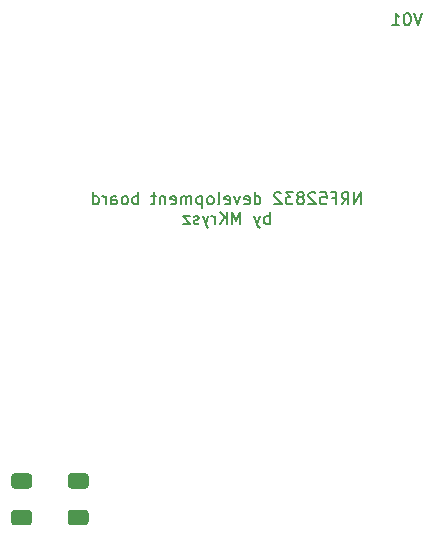
<source format=gbp>
G04 #@! TF.GenerationSoftware,KiCad,Pcbnew,(5.1.10)-1*
G04 #@! TF.CreationDate,2021-12-04T16:44:40+01:00*
G04 #@! TF.ProjectId,nRF52832_development_board_schematic,6e524635-3238-4333-925f-646576656c6f,1*
G04 #@! TF.SameCoordinates,Original*
G04 #@! TF.FileFunction,Paste,Bot*
G04 #@! TF.FilePolarity,Positive*
%FSLAX46Y46*%
G04 Gerber Fmt 4.6, Leading zero omitted, Abs format (unit mm)*
G04 Created by KiCad (PCBNEW (5.1.10)-1) date 2021-12-04 16:44:40*
%MOMM*%
%LPD*%
G01*
G04 APERTURE LIST*
%ADD10C,0.152400*%
G04 APERTURE END LIST*
D10*
X77906285Y-61643619D02*
X77567619Y-62659619D01*
X77228952Y-61643619D01*
X76696761Y-61643619D02*
X76600000Y-61643619D01*
X76503238Y-61692000D01*
X76454857Y-61740380D01*
X76406476Y-61837142D01*
X76358095Y-62030666D01*
X76358095Y-62272571D01*
X76406476Y-62466095D01*
X76454857Y-62562857D01*
X76503238Y-62611238D01*
X76600000Y-62659619D01*
X76696761Y-62659619D01*
X76793523Y-62611238D01*
X76841904Y-62562857D01*
X76890285Y-62466095D01*
X76938666Y-62272571D01*
X76938666Y-62030666D01*
X76890285Y-61837142D01*
X76841904Y-61740380D01*
X76793523Y-61692000D01*
X76696761Y-61643619D01*
X75390476Y-62659619D02*
X75971047Y-62659619D01*
X75680761Y-62659619D02*
X75680761Y-61643619D01*
X75777523Y-61788761D01*
X75874285Y-61885523D01*
X75971047Y-61933904D01*
X72745333Y-77821419D02*
X72745333Y-76805419D01*
X72164761Y-77821419D01*
X72164761Y-76805419D01*
X71100380Y-77821419D02*
X71439047Y-77337609D01*
X71680952Y-77821419D02*
X71680952Y-76805419D01*
X71293904Y-76805419D01*
X71197142Y-76853800D01*
X71148761Y-76902180D01*
X71100380Y-76998942D01*
X71100380Y-77144085D01*
X71148761Y-77240847D01*
X71197142Y-77289228D01*
X71293904Y-77337609D01*
X71680952Y-77337609D01*
X70326285Y-77289228D02*
X70664952Y-77289228D01*
X70664952Y-77821419D02*
X70664952Y-76805419D01*
X70181142Y-76805419D01*
X69310285Y-76805419D02*
X69794095Y-76805419D01*
X69842476Y-77289228D01*
X69794095Y-77240847D01*
X69697333Y-77192466D01*
X69455428Y-77192466D01*
X69358666Y-77240847D01*
X69310285Y-77289228D01*
X69261904Y-77385990D01*
X69261904Y-77627895D01*
X69310285Y-77724657D01*
X69358666Y-77773038D01*
X69455428Y-77821419D01*
X69697333Y-77821419D01*
X69794095Y-77773038D01*
X69842476Y-77724657D01*
X68874857Y-76902180D02*
X68826476Y-76853800D01*
X68729714Y-76805419D01*
X68487809Y-76805419D01*
X68391047Y-76853800D01*
X68342666Y-76902180D01*
X68294285Y-76998942D01*
X68294285Y-77095704D01*
X68342666Y-77240847D01*
X68923238Y-77821419D01*
X68294285Y-77821419D01*
X67713714Y-77240847D02*
X67810476Y-77192466D01*
X67858857Y-77144085D01*
X67907238Y-77047323D01*
X67907238Y-76998942D01*
X67858857Y-76902180D01*
X67810476Y-76853800D01*
X67713714Y-76805419D01*
X67520190Y-76805419D01*
X67423428Y-76853800D01*
X67375047Y-76902180D01*
X67326666Y-76998942D01*
X67326666Y-77047323D01*
X67375047Y-77144085D01*
X67423428Y-77192466D01*
X67520190Y-77240847D01*
X67713714Y-77240847D01*
X67810476Y-77289228D01*
X67858857Y-77337609D01*
X67907238Y-77434371D01*
X67907238Y-77627895D01*
X67858857Y-77724657D01*
X67810476Y-77773038D01*
X67713714Y-77821419D01*
X67520190Y-77821419D01*
X67423428Y-77773038D01*
X67375047Y-77724657D01*
X67326666Y-77627895D01*
X67326666Y-77434371D01*
X67375047Y-77337609D01*
X67423428Y-77289228D01*
X67520190Y-77240847D01*
X66988000Y-76805419D02*
X66359047Y-76805419D01*
X66697714Y-77192466D01*
X66552571Y-77192466D01*
X66455809Y-77240847D01*
X66407428Y-77289228D01*
X66359047Y-77385990D01*
X66359047Y-77627895D01*
X66407428Y-77724657D01*
X66455809Y-77773038D01*
X66552571Y-77821419D01*
X66842857Y-77821419D01*
X66939619Y-77773038D01*
X66988000Y-77724657D01*
X65972000Y-76902180D02*
X65923619Y-76853800D01*
X65826857Y-76805419D01*
X65584952Y-76805419D01*
X65488190Y-76853800D01*
X65439809Y-76902180D01*
X65391428Y-76998942D01*
X65391428Y-77095704D01*
X65439809Y-77240847D01*
X66020380Y-77821419D01*
X65391428Y-77821419D01*
X63746476Y-77821419D02*
X63746476Y-76805419D01*
X63746476Y-77773038D02*
X63843238Y-77821419D01*
X64036761Y-77821419D01*
X64133523Y-77773038D01*
X64181904Y-77724657D01*
X64230285Y-77627895D01*
X64230285Y-77337609D01*
X64181904Y-77240847D01*
X64133523Y-77192466D01*
X64036761Y-77144085D01*
X63843238Y-77144085D01*
X63746476Y-77192466D01*
X62875619Y-77773038D02*
X62972380Y-77821419D01*
X63165904Y-77821419D01*
X63262666Y-77773038D01*
X63311047Y-77676276D01*
X63311047Y-77289228D01*
X63262666Y-77192466D01*
X63165904Y-77144085D01*
X62972380Y-77144085D01*
X62875619Y-77192466D01*
X62827238Y-77289228D01*
X62827238Y-77385990D01*
X63311047Y-77482752D01*
X62488571Y-77144085D02*
X62246666Y-77821419D01*
X62004761Y-77144085D01*
X61230666Y-77773038D02*
X61327428Y-77821419D01*
X61520952Y-77821419D01*
X61617714Y-77773038D01*
X61666095Y-77676276D01*
X61666095Y-77289228D01*
X61617714Y-77192466D01*
X61520952Y-77144085D01*
X61327428Y-77144085D01*
X61230666Y-77192466D01*
X61182285Y-77289228D01*
X61182285Y-77385990D01*
X61666095Y-77482752D01*
X60601714Y-77821419D02*
X60698476Y-77773038D01*
X60746857Y-77676276D01*
X60746857Y-76805419D01*
X60069523Y-77821419D02*
X60166285Y-77773038D01*
X60214666Y-77724657D01*
X60263047Y-77627895D01*
X60263047Y-77337609D01*
X60214666Y-77240847D01*
X60166285Y-77192466D01*
X60069523Y-77144085D01*
X59924380Y-77144085D01*
X59827619Y-77192466D01*
X59779238Y-77240847D01*
X59730857Y-77337609D01*
X59730857Y-77627895D01*
X59779238Y-77724657D01*
X59827619Y-77773038D01*
X59924380Y-77821419D01*
X60069523Y-77821419D01*
X59295428Y-77144085D02*
X59295428Y-78160085D01*
X59295428Y-77192466D02*
X59198666Y-77144085D01*
X59005142Y-77144085D01*
X58908380Y-77192466D01*
X58860000Y-77240847D01*
X58811619Y-77337609D01*
X58811619Y-77627895D01*
X58860000Y-77724657D01*
X58908380Y-77773038D01*
X59005142Y-77821419D01*
X59198666Y-77821419D01*
X59295428Y-77773038D01*
X58376190Y-77821419D02*
X58376190Y-77144085D01*
X58376190Y-77240847D02*
X58327809Y-77192466D01*
X58231047Y-77144085D01*
X58085904Y-77144085D01*
X57989142Y-77192466D01*
X57940761Y-77289228D01*
X57940761Y-77821419D01*
X57940761Y-77289228D02*
X57892380Y-77192466D01*
X57795619Y-77144085D01*
X57650476Y-77144085D01*
X57553714Y-77192466D01*
X57505333Y-77289228D01*
X57505333Y-77821419D01*
X56634476Y-77773038D02*
X56731238Y-77821419D01*
X56924761Y-77821419D01*
X57021523Y-77773038D01*
X57069904Y-77676276D01*
X57069904Y-77289228D01*
X57021523Y-77192466D01*
X56924761Y-77144085D01*
X56731238Y-77144085D01*
X56634476Y-77192466D01*
X56586095Y-77289228D01*
X56586095Y-77385990D01*
X57069904Y-77482752D01*
X56150666Y-77144085D02*
X56150666Y-77821419D01*
X56150666Y-77240847D02*
X56102285Y-77192466D01*
X56005523Y-77144085D01*
X55860380Y-77144085D01*
X55763619Y-77192466D01*
X55715238Y-77289228D01*
X55715238Y-77821419D01*
X55376571Y-77144085D02*
X54989523Y-77144085D01*
X55231428Y-76805419D02*
X55231428Y-77676276D01*
X55183047Y-77773038D01*
X55086285Y-77821419D01*
X54989523Y-77821419D01*
X53876761Y-77821419D02*
X53876761Y-76805419D01*
X53876761Y-77192466D02*
X53780000Y-77144085D01*
X53586476Y-77144085D01*
X53489714Y-77192466D01*
X53441333Y-77240847D01*
X53392952Y-77337609D01*
X53392952Y-77627895D01*
X53441333Y-77724657D01*
X53489714Y-77773038D01*
X53586476Y-77821419D01*
X53780000Y-77821419D01*
X53876761Y-77773038D01*
X52812380Y-77821419D02*
X52909142Y-77773038D01*
X52957523Y-77724657D01*
X53005904Y-77627895D01*
X53005904Y-77337609D01*
X52957523Y-77240847D01*
X52909142Y-77192466D01*
X52812380Y-77144085D01*
X52667238Y-77144085D01*
X52570476Y-77192466D01*
X52522095Y-77240847D01*
X52473714Y-77337609D01*
X52473714Y-77627895D01*
X52522095Y-77724657D01*
X52570476Y-77773038D01*
X52667238Y-77821419D01*
X52812380Y-77821419D01*
X51602857Y-77821419D02*
X51602857Y-77289228D01*
X51651238Y-77192466D01*
X51748000Y-77144085D01*
X51941523Y-77144085D01*
X52038285Y-77192466D01*
X51602857Y-77773038D02*
X51699619Y-77821419D01*
X51941523Y-77821419D01*
X52038285Y-77773038D01*
X52086666Y-77676276D01*
X52086666Y-77579514D01*
X52038285Y-77482752D01*
X51941523Y-77434371D01*
X51699619Y-77434371D01*
X51602857Y-77385990D01*
X51119047Y-77821419D02*
X51119047Y-77144085D01*
X51119047Y-77337609D02*
X51070666Y-77240847D01*
X51022285Y-77192466D01*
X50925523Y-77144085D01*
X50828761Y-77144085D01*
X50054666Y-77821419D02*
X50054666Y-76805419D01*
X50054666Y-77773038D02*
X50151428Y-77821419D01*
X50344952Y-77821419D01*
X50441714Y-77773038D01*
X50490095Y-77724657D01*
X50538476Y-77627895D01*
X50538476Y-77337609D01*
X50490095Y-77240847D01*
X50441714Y-77192466D01*
X50344952Y-77144085D01*
X50151428Y-77144085D01*
X50054666Y-77192466D01*
X65004380Y-79497819D02*
X65004380Y-78481819D01*
X65004380Y-78868866D02*
X64907619Y-78820485D01*
X64714095Y-78820485D01*
X64617333Y-78868866D01*
X64568952Y-78917247D01*
X64520571Y-79014009D01*
X64520571Y-79304295D01*
X64568952Y-79401057D01*
X64617333Y-79449438D01*
X64714095Y-79497819D01*
X64907619Y-79497819D01*
X65004380Y-79449438D01*
X64181904Y-78820485D02*
X63940000Y-79497819D01*
X63698095Y-78820485D02*
X63940000Y-79497819D01*
X64036761Y-79739723D01*
X64085142Y-79788104D01*
X64181904Y-79836485D01*
X62536952Y-79497819D02*
X62536952Y-78481819D01*
X62198285Y-79207533D01*
X61859619Y-78481819D01*
X61859619Y-79497819D01*
X61375809Y-79497819D02*
X61375809Y-78481819D01*
X60795238Y-79497819D02*
X61230666Y-78917247D01*
X60795238Y-78481819D02*
X61375809Y-79062390D01*
X60359809Y-79497819D02*
X60359809Y-78820485D01*
X60359809Y-79014009D02*
X60311428Y-78917247D01*
X60263047Y-78868866D01*
X60166285Y-78820485D01*
X60069523Y-78820485D01*
X59827619Y-78820485D02*
X59585714Y-79497819D01*
X59343809Y-78820485D02*
X59585714Y-79497819D01*
X59682476Y-79739723D01*
X59730857Y-79788104D01*
X59827619Y-79836485D01*
X59005142Y-79449438D02*
X58908380Y-79497819D01*
X58714857Y-79497819D01*
X58618095Y-79449438D01*
X58569714Y-79352676D01*
X58569714Y-79304295D01*
X58618095Y-79207533D01*
X58714857Y-79159152D01*
X58860000Y-79159152D01*
X58956761Y-79110771D01*
X59005142Y-79014009D01*
X59005142Y-78965628D01*
X58956761Y-78868866D01*
X58860000Y-78820485D01*
X58714857Y-78820485D01*
X58618095Y-78868866D01*
X58231047Y-78820485D02*
X57698857Y-78820485D01*
X58231047Y-79497819D01*
X57698857Y-79497819D01*
G36*
G01*
X48175000Y-103700000D02*
X49425000Y-103700000D01*
G75*
G02*
X49675000Y-103950000I0J-250000D01*
G01*
X49675000Y-104750000D01*
G75*
G02*
X49425000Y-105000000I-250000J0D01*
G01*
X48175000Y-105000000D01*
G75*
G02*
X47925000Y-104750000I0J250000D01*
G01*
X47925000Y-103950000D01*
G75*
G02*
X48175000Y-103700000I250000J0D01*
G01*
G37*
G36*
G01*
X48175000Y-100600000D02*
X49425000Y-100600000D01*
G75*
G02*
X49675000Y-100850000I0J-250000D01*
G01*
X49675000Y-101650000D01*
G75*
G02*
X49425000Y-101900000I-250000J0D01*
G01*
X48175000Y-101900000D01*
G75*
G02*
X47925000Y-101650000I0J250000D01*
G01*
X47925000Y-100850000D01*
G75*
G02*
X48175000Y-100600000I250000J0D01*
G01*
G37*
G36*
G01*
X43375000Y-103700000D02*
X44625000Y-103700000D01*
G75*
G02*
X44875000Y-103950000I0J-250000D01*
G01*
X44875000Y-104750000D01*
G75*
G02*
X44625000Y-105000000I-250000J0D01*
G01*
X43375000Y-105000000D01*
G75*
G02*
X43125000Y-104750000I0J250000D01*
G01*
X43125000Y-103950000D01*
G75*
G02*
X43375000Y-103700000I250000J0D01*
G01*
G37*
G36*
G01*
X43375000Y-100600000D02*
X44625000Y-100600000D01*
G75*
G02*
X44875000Y-100850000I0J-250000D01*
G01*
X44875000Y-101650000D01*
G75*
G02*
X44625000Y-101900000I-250000J0D01*
G01*
X43375000Y-101900000D01*
G75*
G02*
X43125000Y-101650000I0J250000D01*
G01*
X43125000Y-100850000D01*
G75*
G02*
X43375000Y-100600000I250000J0D01*
G01*
G37*
M02*

</source>
